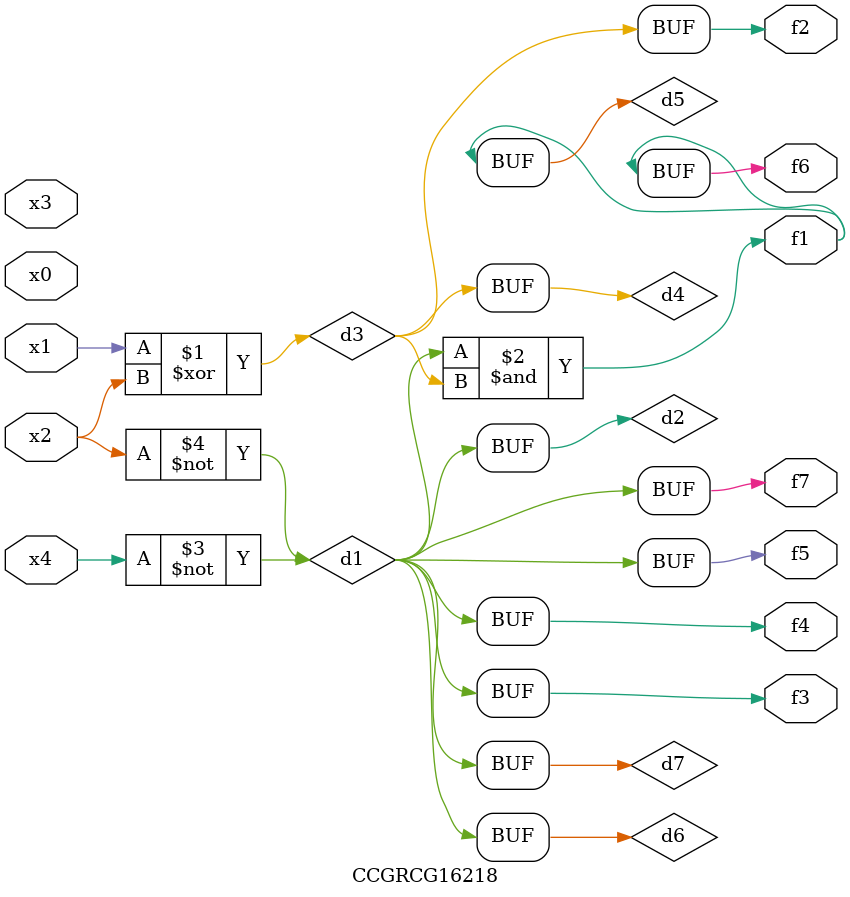
<source format=v>
module CCGRCG16218(
	input x0, x1, x2, x3, x4,
	output f1, f2, f3, f4, f5, f6, f7
);

	wire d1, d2, d3, d4, d5, d6, d7;

	not (d1, x4);
	not (d2, x2);
	xor (d3, x1, x2);
	buf (d4, d3);
	and (d5, d1, d3);
	buf (d6, d1, d2);
	buf (d7, d2);
	assign f1 = d5;
	assign f2 = d4;
	assign f3 = d7;
	assign f4 = d7;
	assign f5 = d7;
	assign f6 = d5;
	assign f7 = d7;
endmodule

</source>
